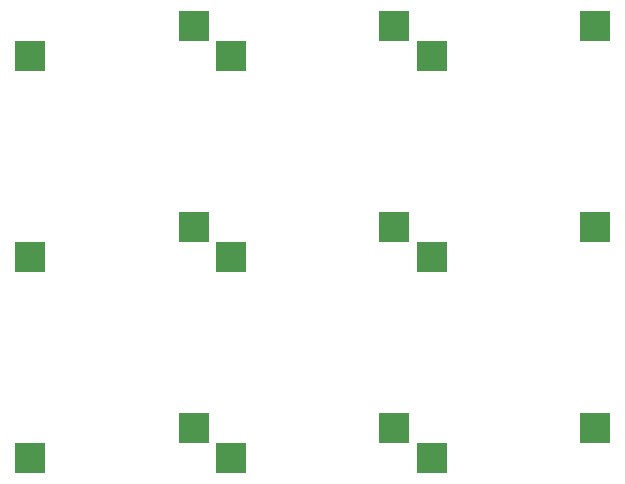
<source format=gbr>
G04 #@! TF.GenerationSoftware,KiCad,Pcbnew,(5.1.0)-1*
G04 #@! TF.CreationDate,2020-10-11T13:47:29-04:00*
G04 #@! TF.ProjectId,switch_tester,73776974-6368-45f7-9465-737465722e6b,rev?*
G04 #@! TF.SameCoordinates,Original*
G04 #@! TF.FileFunction,Paste,Bot*
G04 #@! TF.FilePolarity,Positive*
%FSLAX46Y46*%
G04 Gerber Fmt 4.6, Leading zero omitted, Abs format (unit mm)*
G04 Created by KiCad (PCBNEW (5.1.0)-1) date 2020-10-11 13:47:29*
%MOMM*%
%LPD*%
G04 APERTURE LIST*
%ADD10R,2.550000X2.500000*%
G04 APERTURE END LIST*
D10*
X99440000Y-89460000D03*
X113290000Y-86920000D03*
X99440000Y-72460000D03*
X113290000Y-69920000D03*
X99440000Y-55460000D03*
X113290000Y-52920000D03*
X82440000Y-89460000D03*
X96290000Y-86920000D03*
X82440000Y-72460000D03*
X96290000Y-69920000D03*
X82440000Y-55460000D03*
X96290000Y-52920000D03*
X65440000Y-89460000D03*
X79290000Y-86920000D03*
X65440000Y-72460000D03*
X79290000Y-69920000D03*
X65440000Y-55460000D03*
X79290000Y-52920000D03*
M02*

</source>
